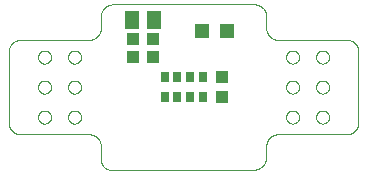
<source format=gtp>
G75*
%MOIN*%
%OFA0B0*%
%FSLAX25Y25*%
%IPPOS*%
%LPD*%
%AMOC8*
5,1,8,0,0,1.08239X$1,22.5*
%
%ADD10C,0.00000*%
%ADD11R,0.04724X0.04724*%
%ADD12R,0.04331X0.03937*%
%ADD13R,0.02854X0.03543*%
%ADD14R,0.03937X0.04331*%
%ADD15R,0.05118X0.05906*%
D10*
X0045791Y0032012D02*
X0045915Y0032010D01*
X0046038Y0032004D01*
X0046162Y0031995D01*
X0046284Y0031981D01*
X0046407Y0031964D01*
X0046529Y0031942D01*
X0046650Y0031917D01*
X0046770Y0031888D01*
X0046889Y0031856D01*
X0047008Y0031819D01*
X0047125Y0031779D01*
X0047240Y0031736D01*
X0047355Y0031688D01*
X0047467Y0031637D01*
X0047578Y0031583D01*
X0047688Y0031525D01*
X0047795Y0031464D01*
X0047901Y0031399D01*
X0048004Y0031331D01*
X0048105Y0031260D01*
X0048204Y0031186D01*
X0048301Y0031109D01*
X0048395Y0031028D01*
X0048486Y0030945D01*
X0048575Y0030859D01*
X0048661Y0030770D01*
X0048744Y0030679D01*
X0048825Y0030585D01*
X0048902Y0030488D01*
X0048976Y0030389D01*
X0049047Y0030288D01*
X0049115Y0030185D01*
X0049180Y0030079D01*
X0049241Y0029972D01*
X0049299Y0029862D01*
X0049353Y0029751D01*
X0049404Y0029639D01*
X0049452Y0029524D01*
X0049495Y0029409D01*
X0049535Y0029292D01*
X0049572Y0029173D01*
X0049604Y0029054D01*
X0049633Y0028934D01*
X0049658Y0028813D01*
X0049680Y0028691D01*
X0049697Y0028568D01*
X0049711Y0028446D01*
X0049720Y0028322D01*
X0049726Y0028199D01*
X0049728Y0028075D01*
X0049728Y0024138D01*
X0049713Y0024023D01*
X0049703Y0023907D01*
X0049696Y0023791D01*
X0049693Y0023675D01*
X0049694Y0023558D01*
X0049699Y0023442D01*
X0049708Y0023326D01*
X0049720Y0023211D01*
X0049737Y0023095D01*
X0049757Y0022981D01*
X0049781Y0022867D01*
X0049809Y0022754D01*
X0049841Y0022642D01*
X0049876Y0022532D01*
X0049915Y0022422D01*
X0049958Y0022314D01*
X0050004Y0022207D01*
X0050054Y0022102D01*
X0050108Y0021999D01*
X0050164Y0021897D01*
X0050224Y0021798D01*
X0050288Y0021700D01*
X0050354Y0021605D01*
X0050424Y0021512D01*
X0050497Y0021421D01*
X0050573Y0021333D01*
X0050652Y0021247D01*
X0050733Y0021164D01*
X0050818Y0021084D01*
X0050904Y0021007D01*
X0050994Y0020933D01*
X0051086Y0020861D01*
X0051180Y0020793D01*
X0051276Y0020728D01*
X0051375Y0020666D01*
X0051476Y0020608D01*
X0051578Y0020553D01*
X0051682Y0020501D01*
X0051788Y0020453D01*
X0051896Y0020409D01*
X0052005Y0020368D01*
X0052115Y0020331D01*
X0052226Y0020297D01*
X0052338Y0020268D01*
X0052452Y0020242D01*
X0052566Y0020219D01*
X0052681Y0020201D01*
X0099925Y0020201D01*
X0100056Y0020189D01*
X0100188Y0020180D01*
X0100320Y0020175D01*
X0100452Y0020174D01*
X0100584Y0020177D01*
X0100716Y0020184D01*
X0100848Y0020195D01*
X0100979Y0020210D01*
X0101110Y0020228D01*
X0101240Y0020251D01*
X0101369Y0020277D01*
X0101498Y0020307D01*
X0101625Y0020341D01*
X0101752Y0020379D01*
X0101877Y0020420D01*
X0102002Y0020465D01*
X0102124Y0020514D01*
X0102245Y0020566D01*
X0102365Y0020622D01*
X0102483Y0020682D01*
X0102599Y0020745D01*
X0102713Y0020811D01*
X0102825Y0020881D01*
X0102935Y0020954D01*
X0103043Y0021030D01*
X0103149Y0021110D01*
X0103252Y0021192D01*
X0103353Y0021278D01*
X0103451Y0021366D01*
X0103546Y0021457D01*
X0103639Y0021552D01*
X0103728Y0021648D01*
X0103815Y0021748D01*
X0103899Y0021850D01*
X0103980Y0021954D01*
X0104058Y0022061D01*
X0104132Y0022170D01*
X0104204Y0022281D01*
X0104272Y0022394D01*
X0104336Y0022510D01*
X0104397Y0022627D01*
X0104455Y0022745D01*
X0104509Y0022866D01*
X0104559Y0022988D01*
X0104606Y0023111D01*
X0104649Y0023236D01*
X0104689Y0023362D01*
X0104725Y0023489D01*
X0104756Y0023618D01*
X0104785Y0023747D01*
X0104809Y0023876D01*
X0104829Y0024007D01*
X0104846Y0024138D01*
X0104846Y0028075D01*
X0104848Y0028199D01*
X0104854Y0028322D01*
X0104863Y0028446D01*
X0104877Y0028568D01*
X0104894Y0028691D01*
X0104916Y0028813D01*
X0104941Y0028934D01*
X0104970Y0029054D01*
X0105002Y0029173D01*
X0105039Y0029292D01*
X0105079Y0029409D01*
X0105122Y0029524D01*
X0105170Y0029639D01*
X0105221Y0029751D01*
X0105275Y0029862D01*
X0105333Y0029972D01*
X0105394Y0030079D01*
X0105459Y0030185D01*
X0105527Y0030288D01*
X0105598Y0030389D01*
X0105672Y0030488D01*
X0105749Y0030585D01*
X0105830Y0030679D01*
X0105913Y0030770D01*
X0105999Y0030859D01*
X0106088Y0030945D01*
X0106179Y0031028D01*
X0106273Y0031109D01*
X0106370Y0031186D01*
X0106469Y0031260D01*
X0106570Y0031331D01*
X0106673Y0031399D01*
X0106779Y0031464D01*
X0106886Y0031525D01*
X0106996Y0031583D01*
X0107107Y0031637D01*
X0107219Y0031688D01*
X0107334Y0031736D01*
X0107449Y0031779D01*
X0107566Y0031819D01*
X0107685Y0031856D01*
X0107804Y0031888D01*
X0107924Y0031917D01*
X0108045Y0031942D01*
X0108167Y0031964D01*
X0108290Y0031981D01*
X0108412Y0031995D01*
X0108536Y0032004D01*
X0108659Y0032010D01*
X0108783Y0032012D01*
X0131618Y0032012D01*
X0131742Y0032014D01*
X0131865Y0032020D01*
X0131989Y0032029D01*
X0132111Y0032043D01*
X0132234Y0032060D01*
X0132356Y0032082D01*
X0132477Y0032107D01*
X0132597Y0032136D01*
X0132716Y0032168D01*
X0132835Y0032205D01*
X0132952Y0032245D01*
X0133067Y0032288D01*
X0133182Y0032336D01*
X0133294Y0032387D01*
X0133405Y0032441D01*
X0133515Y0032499D01*
X0133622Y0032560D01*
X0133728Y0032625D01*
X0133831Y0032693D01*
X0133932Y0032764D01*
X0134031Y0032838D01*
X0134128Y0032915D01*
X0134222Y0032996D01*
X0134313Y0033079D01*
X0134402Y0033165D01*
X0134488Y0033254D01*
X0134571Y0033345D01*
X0134652Y0033439D01*
X0134729Y0033536D01*
X0134803Y0033635D01*
X0134874Y0033736D01*
X0134942Y0033839D01*
X0135007Y0033945D01*
X0135068Y0034052D01*
X0135126Y0034162D01*
X0135180Y0034273D01*
X0135231Y0034385D01*
X0135279Y0034500D01*
X0135322Y0034615D01*
X0135362Y0034732D01*
X0135399Y0034851D01*
X0135431Y0034970D01*
X0135460Y0035090D01*
X0135485Y0035211D01*
X0135507Y0035333D01*
X0135524Y0035456D01*
X0135538Y0035578D01*
X0135547Y0035702D01*
X0135553Y0035825D01*
X0135555Y0035949D01*
X0135555Y0059571D01*
X0135553Y0059695D01*
X0135547Y0059818D01*
X0135538Y0059942D01*
X0135524Y0060064D01*
X0135507Y0060187D01*
X0135485Y0060309D01*
X0135460Y0060430D01*
X0135431Y0060550D01*
X0135399Y0060669D01*
X0135362Y0060788D01*
X0135322Y0060905D01*
X0135279Y0061020D01*
X0135231Y0061135D01*
X0135180Y0061247D01*
X0135126Y0061358D01*
X0135068Y0061468D01*
X0135007Y0061575D01*
X0134942Y0061681D01*
X0134874Y0061784D01*
X0134803Y0061885D01*
X0134729Y0061984D01*
X0134652Y0062081D01*
X0134571Y0062175D01*
X0134488Y0062266D01*
X0134402Y0062355D01*
X0134313Y0062441D01*
X0134222Y0062524D01*
X0134128Y0062605D01*
X0134031Y0062682D01*
X0133932Y0062756D01*
X0133831Y0062827D01*
X0133728Y0062895D01*
X0133622Y0062960D01*
X0133515Y0063021D01*
X0133405Y0063079D01*
X0133294Y0063133D01*
X0133182Y0063184D01*
X0133067Y0063232D01*
X0132952Y0063275D01*
X0132835Y0063315D01*
X0132716Y0063352D01*
X0132597Y0063384D01*
X0132477Y0063413D01*
X0132356Y0063438D01*
X0132234Y0063460D01*
X0132111Y0063477D01*
X0131989Y0063491D01*
X0131865Y0063500D01*
X0131742Y0063506D01*
X0131618Y0063508D01*
X0108783Y0063508D01*
X0108659Y0063510D01*
X0108536Y0063516D01*
X0108412Y0063525D01*
X0108290Y0063539D01*
X0108167Y0063556D01*
X0108045Y0063578D01*
X0107924Y0063603D01*
X0107804Y0063632D01*
X0107685Y0063664D01*
X0107566Y0063701D01*
X0107449Y0063741D01*
X0107334Y0063784D01*
X0107219Y0063832D01*
X0107107Y0063883D01*
X0106996Y0063937D01*
X0106886Y0063995D01*
X0106779Y0064056D01*
X0106673Y0064121D01*
X0106570Y0064189D01*
X0106469Y0064260D01*
X0106370Y0064334D01*
X0106273Y0064411D01*
X0106179Y0064492D01*
X0106088Y0064575D01*
X0105999Y0064661D01*
X0105913Y0064750D01*
X0105830Y0064841D01*
X0105749Y0064935D01*
X0105672Y0065032D01*
X0105598Y0065131D01*
X0105527Y0065232D01*
X0105459Y0065335D01*
X0105394Y0065441D01*
X0105333Y0065548D01*
X0105275Y0065658D01*
X0105221Y0065769D01*
X0105170Y0065881D01*
X0105122Y0065996D01*
X0105079Y0066111D01*
X0105039Y0066228D01*
X0105002Y0066347D01*
X0104970Y0066466D01*
X0104941Y0066586D01*
X0104916Y0066707D01*
X0104894Y0066829D01*
X0104877Y0066952D01*
X0104863Y0067074D01*
X0104854Y0067198D01*
X0104848Y0067321D01*
X0104846Y0067445D01*
X0104846Y0071382D01*
X0104844Y0071506D01*
X0104838Y0071629D01*
X0104829Y0071753D01*
X0104815Y0071875D01*
X0104798Y0071998D01*
X0104776Y0072120D01*
X0104751Y0072241D01*
X0104722Y0072361D01*
X0104690Y0072480D01*
X0104653Y0072599D01*
X0104613Y0072716D01*
X0104570Y0072831D01*
X0104522Y0072946D01*
X0104471Y0073058D01*
X0104417Y0073169D01*
X0104359Y0073279D01*
X0104298Y0073386D01*
X0104233Y0073492D01*
X0104165Y0073595D01*
X0104094Y0073696D01*
X0104020Y0073795D01*
X0103943Y0073892D01*
X0103862Y0073986D01*
X0103779Y0074077D01*
X0103693Y0074166D01*
X0103604Y0074252D01*
X0103513Y0074335D01*
X0103419Y0074416D01*
X0103322Y0074493D01*
X0103223Y0074567D01*
X0103122Y0074638D01*
X0103019Y0074706D01*
X0102913Y0074771D01*
X0102806Y0074832D01*
X0102696Y0074890D01*
X0102585Y0074944D01*
X0102473Y0074995D01*
X0102358Y0075043D01*
X0102243Y0075086D01*
X0102126Y0075126D01*
X0102007Y0075163D01*
X0101888Y0075195D01*
X0101768Y0075224D01*
X0101647Y0075249D01*
X0101525Y0075271D01*
X0101402Y0075288D01*
X0101280Y0075302D01*
X0101156Y0075311D01*
X0101033Y0075317D01*
X0100909Y0075319D01*
X0053665Y0075319D01*
X0053541Y0075317D01*
X0053418Y0075311D01*
X0053294Y0075302D01*
X0053172Y0075288D01*
X0053049Y0075271D01*
X0052927Y0075249D01*
X0052806Y0075224D01*
X0052686Y0075195D01*
X0052567Y0075163D01*
X0052448Y0075126D01*
X0052331Y0075086D01*
X0052216Y0075043D01*
X0052101Y0074995D01*
X0051989Y0074944D01*
X0051878Y0074890D01*
X0051768Y0074832D01*
X0051661Y0074771D01*
X0051555Y0074706D01*
X0051452Y0074638D01*
X0051351Y0074567D01*
X0051252Y0074493D01*
X0051155Y0074416D01*
X0051061Y0074335D01*
X0050970Y0074252D01*
X0050881Y0074166D01*
X0050795Y0074077D01*
X0050712Y0073986D01*
X0050631Y0073892D01*
X0050554Y0073795D01*
X0050480Y0073696D01*
X0050409Y0073595D01*
X0050341Y0073492D01*
X0050276Y0073386D01*
X0050215Y0073279D01*
X0050157Y0073169D01*
X0050103Y0073058D01*
X0050052Y0072946D01*
X0050004Y0072831D01*
X0049961Y0072716D01*
X0049921Y0072599D01*
X0049884Y0072480D01*
X0049852Y0072361D01*
X0049823Y0072241D01*
X0049798Y0072120D01*
X0049776Y0071998D01*
X0049759Y0071875D01*
X0049745Y0071753D01*
X0049736Y0071629D01*
X0049730Y0071506D01*
X0049728Y0071382D01*
X0049728Y0067445D01*
X0049726Y0067321D01*
X0049720Y0067198D01*
X0049711Y0067074D01*
X0049697Y0066952D01*
X0049680Y0066829D01*
X0049658Y0066707D01*
X0049633Y0066586D01*
X0049604Y0066466D01*
X0049572Y0066347D01*
X0049535Y0066228D01*
X0049495Y0066111D01*
X0049452Y0065996D01*
X0049404Y0065881D01*
X0049353Y0065769D01*
X0049299Y0065658D01*
X0049241Y0065548D01*
X0049180Y0065441D01*
X0049115Y0065335D01*
X0049047Y0065232D01*
X0048976Y0065131D01*
X0048902Y0065032D01*
X0048825Y0064935D01*
X0048744Y0064841D01*
X0048661Y0064750D01*
X0048575Y0064661D01*
X0048486Y0064575D01*
X0048395Y0064492D01*
X0048301Y0064411D01*
X0048204Y0064334D01*
X0048105Y0064260D01*
X0048004Y0064189D01*
X0047901Y0064121D01*
X0047795Y0064056D01*
X0047688Y0063995D01*
X0047578Y0063937D01*
X0047467Y0063883D01*
X0047355Y0063832D01*
X0047240Y0063784D01*
X0047125Y0063741D01*
X0047008Y0063701D01*
X0046889Y0063664D01*
X0046770Y0063632D01*
X0046650Y0063603D01*
X0046529Y0063578D01*
X0046407Y0063556D01*
X0046284Y0063539D01*
X0046162Y0063525D01*
X0046038Y0063516D01*
X0045915Y0063510D01*
X0045791Y0063508D01*
X0022957Y0063508D01*
X0022833Y0063506D01*
X0022710Y0063500D01*
X0022586Y0063491D01*
X0022464Y0063477D01*
X0022341Y0063460D01*
X0022219Y0063438D01*
X0022098Y0063413D01*
X0021978Y0063384D01*
X0021859Y0063352D01*
X0021740Y0063315D01*
X0021623Y0063275D01*
X0021508Y0063232D01*
X0021393Y0063184D01*
X0021281Y0063133D01*
X0021170Y0063079D01*
X0021060Y0063021D01*
X0020953Y0062960D01*
X0020847Y0062895D01*
X0020744Y0062827D01*
X0020643Y0062756D01*
X0020544Y0062682D01*
X0020447Y0062605D01*
X0020353Y0062524D01*
X0020262Y0062441D01*
X0020173Y0062355D01*
X0020087Y0062266D01*
X0020004Y0062175D01*
X0019923Y0062081D01*
X0019846Y0061984D01*
X0019772Y0061885D01*
X0019701Y0061784D01*
X0019633Y0061681D01*
X0019568Y0061575D01*
X0019507Y0061468D01*
X0019449Y0061358D01*
X0019395Y0061247D01*
X0019344Y0061135D01*
X0019296Y0061020D01*
X0019253Y0060905D01*
X0019213Y0060788D01*
X0019176Y0060669D01*
X0019144Y0060550D01*
X0019115Y0060430D01*
X0019090Y0060309D01*
X0019068Y0060187D01*
X0019051Y0060064D01*
X0019037Y0059942D01*
X0019028Y0059818D01*
X0019022Y0059695D01*
X0019020Y0059571D01*
X0019020Y0035949D01*
X0019022Y0035825D01*
X0019028Y0035702D01*
X0019037Y0035578D01*
X0019051Y0035456D01*
X0019068Y0035333D01*
X0019090Y0035211D01*
X0019115Y0035090D01*
X0019144Y0034970D01*
X0019176Y0034851D01*
X0019213Y0034732D01*
X0019253Y0034615D01*
X0019296Y0034500D01*
X0019344Y0034385D01*
X0019395Y0034273D01*
X0019449Y0034162D01*
X0019507Y0034052D01*
X0019568Y0033945D01*
X0019633Y0033839D01*
X0019701Y0033736D01*
X0019772Y0033635D01*
X0019846Y0033536D01*
X0019923Y0033439D01*
X0020004Y0033345D01*
X0020087Y0033254D01*
X0020173Y0033165D01*
X0020262Y0033079D01*
X0020353Y0032996D01*
X0020447Y0032915D01*
X0020544Y0032838D01*
X0020643Y0032764D01*
X0020744Y0032693D01*
X0020847Y0032625D01*
X0020953Y0032560D01*
X0021060Y0032499D01*
X0021170Y0032441D01*
X0021281Y0032387D01*
X0021393Y0032336D01*
X0021508Y0032288D01*
X0021623Y0032245D01*
X0021740Y0032205D01*
X0021859Y0032168D01*
X0021978Y0032136D01*
X0022098Y0032107D01*
X0022219Y0032082D01*
X0022341Y0032060D01*
X0022464Y0032043D01*
X0022586Y0032029D01*
X0022710Y0032020D01*
X0022833Y0032014D01*
X0022957Y0032012D01*
X0045791Y0032012D01*
X0038784Y0037760D02*
X0038786Y0037853D01*
X0038792Y0037945D01*
X0038802Y0038037D01*
X0038816Y0038128D01*
X0038833Y0038219D01*
X0038855Y0038309D01*
X0038880Y0038398D01*
X0038909Y0038486D01*
X0038942Y0038572D01*
X0038979Y0038657D01*
X0039019Y0038741D01*
X0039063Y0038822D01*
X0039110Y0038902D01*
X0039160Y0038980D01*
X0039214Y0039055D01*
X0039271Y0039128D01*
X0039331Y0039198D01*
X0039394Y0039266D01*
X0039460Y0039331D01*
X0039528Y0039393D01*
X0039599Y0039453D01*
X0039673Y0039509D01*
X0039749Y0039562D01*
X0039827Y0039611D01*
X0039907Y0039658D01*
X0039989Y0039700D01*
X0040073Y0039740D01*
X0040158Y0039775D01*
X0040245Y0039807D01*
X0040333Y0039836D01*
X0040422Y0039860D01*
X0040512Y0039881D01*
X0040603Y0039897D01*
X0040695Y0039910D01*
X0040787Y0039919D01*
X0040880Y0039924D01*
X0040972Y0039925D01*
X0041065Y0039922D01*
X0041157Y0039915D01*
X0041249Y0039904D01*
X0041340Y0039889D01*
X0041431Y0039871D01*
X0041521Y0039848D01*
X0041609Y0039822D01*
X0041697Y0039792D01*
X0041783Y0039758D01*
X0041867Y0039721D01*
X0041950Y0039679D01*
X0042031Y0039635D01*
X0042111Y0039587D01*
X0042188Y0039536D01*
X0042262Y0039481D01*
X0042335Y0039423D01*
X0042405Y0039363D01*
X0042472Y0039299D01*
X0042536Y0039233D01*
X0042598Y0039163D01*
X0042656Y0039092D01*
X0042711Y0039018D01*
X0042763Y0038941D01*
X0042812Y0038862D01*
X0042858Y0038782D01*
X0042900Y0038699D01*
X0042938Y0038615D01*
X0042973Y0038529D01*
X0043004Y0038442D01*
X0043031Y0038354D01*
X0043054Y0038264D01*
X0043074Y0038174D01*
X0043090Y0038083D01*
X0043102Y0037991D01*
X0043110Y0037899D01*
X0043114Y0037806D01*
X0043114Y0037714D01*
X0043110Y0037621D01*
X0043102Y0037529D01*
X0043090Y0037437D01*
X0043074Y0037346D01*
X0043054Y0037256D01*
X0043031Y0037166D01*
X0043004Y0037078D01*
X0042973Y0036991D01*
X0042938Y0036905D01*
X0042900Y0036821D01*
X0042858Y0036738D01*
X0042812Y0036658D01*
X0042763Y0036579D01*
X0042711Y0036502D01*
X0042656Y0036428D01*
X0042598Y0036357D01*
X0042536Y0036287D01*
X0042472Y0036221D01*
X0042405Y0036157D01*
X0042335Y0036097D01*
X0042262Y0036039D01*
X0042188Y0035984D01*
X0042111Y0035933D01*
X0042032Y0035885D01*
X0041950Y0035841D01*
X0041867Y0035799D01*
X0041783Y0035762D01*
X0041697Y0035728D01*
X0041609Y0035698D01*
X0041521Y0035672D01*
X0041431Y0035649D01*
X0041340Y0035631D01*
X0041249Y0035616D01*
X0041157Y0035605D01*
X0041065Y0035598D01*
X0040972Y0035595D01*
X0040880Y0035596D01*
X0040787Y0035601D01*
X0040695Y0035610D01*
X0040603Y0035623D01*
X0040512Y0035639D01*
X0040422Y0035660D01*
X0040333Y0035684D01*
X0040245Y0035713D01*
X0040158Y0035745D01*
X0040073Y0035780D01*
X0039989Y0035820D01*
X0039907Y0035862D01*
X0039827Y0035909D01*
X0039749Y0035958D01*
X0039673Y0036011D01*
X0039599Y0036067D01*
X0039528Y0036127D01*
X0039460Y0036189D01*
X0039394Y0036254D01*
X0039331Y0036322D01*
X0039271Y0036392D01*
X0039214Y0036465D01*
X0039160Y0036540D01*
X0039110Y0036618D01*
X0039063Y0036698D01*
X0039019Y0036779D01*
X0038979Y0036863D01*
X0038942Y0036948D01*
X0038909Y0037034D01*
X0038880Y0037122D01*
X0038855Y0037211D01*
X0038833Y0037301D01*
X0038816Y0037392D01*
X0038802Y0037483D01*
X0038792Y0037575D01*
X0038786Y0037667D01*
X0038784Y0037760D01*
X0028784Y0037760D02*
X0028786Y0037853D01*
X0028792Y0037945D01*
X0028802Y0038037D01*
X0028816Y0038128D01*
X0028833Y0038219D01*
X0028855Y0038309D01*
X0028880Y0038398D01*
X0028909Y0038486D01*
X0028942Y0038572D01*
X0028979Y0038657D01*
X0029019Y0038741D01*
X0029063Y0038822D01*
X0029110Y0038902D01*
X0029160Y0038980D01*
X0029214Y0039055D01*
X0029271Y0039128D01*
X0029331Y0039198D01*
X0029394Y0039266D01*
X0029460Y0039331D01*
X0029528Y0039393D01*
X0029599Y0039453D01*
X0029673Y0039509D01*
X0029749Y0039562D01*
X0029827Y0039611D01*
X0029907Y0039658D01*
X0029989Y0039700D01*
X0030073Y0039740D01*
X0030158Y0039775D01*
X0030245Y0039807D01*
X0030333Y0039836D01*
X0030422Y0039860D01*
X0030512Y0039881D01*
X0030603Y0039897D01*
X0030695Y0039910D01*
X0030787Y0039919D01*
X0030880Y0039924D01*
X0030972Y0039925D01*
X0031065Y0039922D01*
X0031157Y0039915D01*
X0031249Y0039904D01*
X0031340Y0039889D01*
X0031431Y0039871D01*
X0031521Y0039848D01*
X0031609Y0039822D01*
X0031697Y0039792D01*
X0031783Y0039758D01*
X0031867Y0039721D01*
X0031950Y0039679D01*
X0032031Y0039635D01*
X0032111Y0039587D01*
X0032188Y0039536D01*
X0032262Y0039481D01*
X0032335Y0039423D01*
X0032405Y0039363D01*
X0032472Y0039299D01*
X0032536Y0039233D01*
X0032598Y0039163D01*
X0032656Y0039092D01*
X0032711Y0039018D01*
X0032763Y0038941D01*
X0032812Y0038862D01*
X0032858Y0038782D01*
X0032900Y0038699D01*
X0032938Y0038615D01*
X0032973Y0038529D01*
X0033004Y0038442D01*
X0033031Y0038354D01*
X0033054Y0038264D01*
X0033074Y0038174D01*
X0033090Y0038083D01*
X0033102Y0037991D01*
X0033110Y0037899D01*
X0033114Y0037806D01*
X0033114Y0037714D01*
X0033110Y0037621D01*
X0033102Y0037529D01*
X0033090Y0037437D01*
X0033074Y0037346D01*
X0033054Y0037256D01*
X0033031Y0037166D01*
X0033004Y0037078D01*
X0032973Y0036991D01*
X0032938Y0036905D01*
X0032900Y0036821D01*
X0032858Y0036738D01*
X0032812Y0036658D01*
X0032763Y0036579D01*
X0032711Y0036502D01*
X0032656Y0036428D01*
X0032598Y0036357D01*
X0032536Y0036287D01*
X0032472Y0036221D01*
X0032405Y0036157D01*
X0032335Y0036097D01*
X0032262Y0036039D01*
X0032188Y0035984D01*
X0032111Y0035933D01*
X0032032Y0035885D01*
X0031950Y0035841D01*
X0031867Y0035799D01*
X0031783Y0035762D01*
X0031697Y0035728D01*
X0031609Y0035698D01*
X0031521Y0035672D01*
X0031431Y0035649D01*
X0031340Y0035631D01*
X0031249Y0035616D01*
X0031157Y0035605D01*
X0031065Y0035598D01*
X0030972Y0035595D01*
X0030880Y0035596D01*
X0030787Y0035601D01*
X0030695Y0035610D01*
X0030603Y0035623D01*
X0030512Y0035639D01*
X0030422Y0035660D01*
X0030333Y0035684D01*
X0030245Y0035713D01*
X0030158Y0035745D01*
X0030073Y0035780D01*
X0029989Y0035820D01*
X0029907Y0035862D01*
X0029827Y0035909D01*
X0029749Y0035958D01*
X0029673Y0036011D01*
X0029599Y0036067D01*
X0029528Y0036127D01*
X0029460Y0036189D01*
X0029394Y0036254D01*
X0029331Y0036322D01*
X0029271Y0036392D01*
X0029214Y0036465D01*
X0029160Y0036540D01*
X0029110Y0036618D01*
X0029063Y0036698D01*
X0029019Y0036779D01*
X0028979Y0036863D01*
X0028942Y0036948D01*
X0028909Y0037034D01*
X0028880Y0037122D01*
X0028855Y0037211D01*
X0028833Y0037301D01*
X0028816Y0037392D01*
X0028802Y0037483D01*
X0028792Y0037575D01*
X0028786Y0037667D01*
X0028784Y0037760D01*
X0028784Y0047760D02*
X0028786Y0047853D01*
X0028792Y0047945D01*
X0028802Y0048037D01*
X0028816Y0048128D01*
X0028833Y0048219D01*
X0028855Y0048309D01*
X0028880Y0048398D01*
X0028909Y0048486D01*
X0028942Y0048572D01*
X0028979Y0048657D01*
X0029019Y0048741D01*
X0029063Y0048822D01*
X0029110Y0048902D01*
X0029160Y0048980D01*
X0029214Y0049055D01*
X0029271Y0049128D01*
X0029331Y0049198D01*
X0029394Y0049266D01*
X0029460Y0049331D01*
X0029528Y0049393D01*
X0029599Y0049453D01*
X0029673Y0049509D01*
X0029749Y0049562D01*
X0029827Y0049611D01*
X0029907Y0049658D01*
X0029989Y0049700D01*
X0030073Y0049740D01*
X0030158Y0049775D01*
X0030245Y0049807D01*
X0030333Y0049836D01*
X0030422Y0049860D01*
X0030512Y0049881D01*
X0030603Y0049897D01*
X0030695Y0049910D01*
X0030787Y0049919D01*
X0030880Y0049924D01*
X0030972Y0049925D01*
X0031065Y0049922D01*
X0031157Y0049915D01*
X0031249Y0049904D01*
X0031340Y0049889D01*
X0031431Y0049871D01*
X0031521Y0049848D01*
X0031609Y0049822D01*
X0031697Y0049792D01*
X0031783Y0049758D01*
X0031867Y0049721D01*
X0031950Y0049679D01*
X0032031Y0049635D01*
X0032111Y0049587D01*
X0032188Y0049536D01*
X0032262Y0049481D01*
X0032335Y0049423D01*
X0032405Y0049363D01*
X0032472Y0049299D01*
X0032536Y0049233D01*
X0032598Y0049163D01*
X0032656Y0049092D01*
X0032711Y0049018D01*
X0032763Y0048941D01*
X0032812Y0048862D01*
X0032858Y0048782D01*
X0032900Y0048699D01*
X0032938Y0048615D01*
X0032973Y0048529D01*
X0033004Y0048442D01*
X0033031Y0048354D01*
X0033054Y0048264D01*
X0033074Y0048174D01*
X0033090Y0048083D01*
X0033102Y0047991D01*
X0033110Y0047899D01*
X0033114Y0047806D01*
X0033114Y0047714D01*
X0033110Y0047621D01*
X0033102Y0047529D01*
X0033090Y0047437D01*
X0033074Y0047346D01*
X0033054Y0047256D01*
X0033031Y0047166D01*
X0033004Y0047078D01*
X0032973Y0046991D01*
X0032938Y0046905D01*
X0032900Y0046821D01*
X0032858Y0046738D01*
X0032812Y0046658D01*
X0032763Y0046579D01*
X0032711Y0046502D01*
X0032656Y0046428D01*
X0032598Y0046357D01*
X0032536Y0046287D01*
X0032472Y0046221D01*
X0032405Y0046157D01*
X0032335Y0046097D01*
X0032262Y0046039D01*
X0032188Y0045984D01*
X0032111Y0045933D01*
X0032032Y0045885D01*
X0031950Y0045841D01*
X0031867Y0045799D01*
X0031783Y0045762D01*
X0031697Y0045728D01*
X0031609Y0045698D01*
X0031521Y0045672D01*
X0031431Y0045649D01*
X0031340Y0045631D01*
X0031249Y0045616D01*
X0031157Y0045605D01*
X0031065Y0045598D01*
X0030972Y0045595D01*
X0030880Y0045596D01*
X0030787Y0045601D01*
X0030695Y0045610D01*
X0030603Y0045623D01*
X0030512Y0045639D01*
X0030422Y0045660D01*
X0030333Y0045684D01*
X0030245Y0045713D01*
X0030158Y0045745D01*
X0030073Y0045780D01*
X0029989Y0045820D01*
X0029907Y0045862D01*
X0029827Y0045909D01*
X0029749Y0045958D01*
X0029673Y0046011D01*
X0029599Y0046067D01*
X0029528Y0046127D01*
X0029460Y0046189D01*
X0029394Y0046254D01*
X0029331Y0046322D01*
X0029271Y0046392D01*
X0029214Y0046465D01*
X0029160Y0046540D01*
X0029110Y0046618D01*
X0029063Y0046698D01*
X0029019Y0046779D01*
X0028979Y0046863D01*
X0028942Y0046948D01*
X0028909Y0047034D01*
X0028880Y0047122D01*
X0028855Y0047211D01*
X0028833Y0047301D01*
X0028816Y0047392D01*
X0028802Y0047483D01*
X0028792Y0047575D01*
X0028786Y0047667D01*
X0028784Y0047760D01*
X0038784Y0047760D02*
X0038786Y0047853D01*
X0038792Y0047945D01*
X0038802Y0048037D01*
X0038816Y0048128D01*
X0038833Y0048219D01*
X0038855Y0048309D01*
X0038880Y0048398D01*
X0038909Y0048486D01*
X0038942Y0048572D01*
X0038979Y0048657D01*
X0039019Y0048741D01*
X0039063Y0048822D01*
X0039110Y0048902D01*
X0039160Y0048980D01*
X0039214Y0049055D01*
X0039271Y0049128D01*
X0039331Y0049198D01*
X0039394Y0049266D01*
X0039460Y0049331D01*
X0039528Y0049393D01*
X0039599Y0049453D01*
X0039673Y0049509D01*
X0039749Y0049562D01*
X0039827Y0049611D01*
X0039907Y0049658D01*
X0039989Y0049700D01*
X0040073Y0049740D01*
X0040158Y0049775D01*
X0040245Y0049807D01*
X0040333Y0049836D01*
X0040422Y0049860D01*
X0040512Y0049881D01*
X0040603Y0049897D01*
X0040695Y0049910D01*
X0040787Y0049919D01*
X0040880Y0049924D01*
X0040972Y0049925D01*
X0041065Y0049922D01*
X0041157Y0049915D01*
X0041249Y0049904D01*
X0041340Y0049889D01*
X0041431Y0049871D01*
X0041521Y0049848D01*
X0041609Y0049822D01*
X0041697Y0049792D01*
X0041783Y0049758D01*
X0041867Y0049721D01*
X0041950Y0049679D01*
X0042031Y0049635D01*
X0042111Y0049587D01*
X0042188Y0049536D01*
X0042262Y0049481D01*
X0042335Y0049423D01*
X0042405Y0049363D01*
X0042472Y0049299D01*
X0042536Y0049233D01*
X0042598Y0049163D01*
X0042656Y0049092D01*
X0042711Y0049018D01*
X0042763Y0048941D01*
X0042812Y0048862D01*
X0042858Y0048782D01*
X0042900Y0048699D01*
X0042938Y0048615D01*
X0042973Y0048529D01*
X0043004Y0048442D01*
X0043031Y0048354D01*
X0043054Y0048264D01*
X0043074Y0048174D01*
X0043090Y0048083D01*
X0043102Y0047991D01*
X0043110Y0047899D01*
X0043114Y0047806D01*
X0043114Y0047714D01*
X0043110Y0047621D01*
X0043102Y0047529D01*
X0043090Y0047437D01*
X0043074Y0047346D01*
X0043054Y0047256D01*
X0043031Y0047166D01*
X0043004Y0047078D01*
X0042973Y0046991D01*
X0042938Y0046905D01*
X0042900Y0046821D01*
X0042858Y0046738D01*
X0042812Y0046658D01*
X0042763Y0046579D01*
X0042711Y0046502D01*
X0042656Y0046428D01*
X0042598Y0046357D01*
X0042536Y0046287D01*
X0042472Y0046221D01*
X0042405Y0046157D01*
X0042335Y0046097D01*
X0042262Y0046039D01*
X0042188Y0045984D01*
X0042111Y0045933D01*
X0042032Y0045885D01*
X0041950Y0045841D01*
X0041867Y0045799D01*
X0041783Y0045762D01*
X0041697Y0045728D01*
X0041609Y0045698D01*
X0041521Y0045672D01*
X0041431Y0045649D01*
X0041340Y0045631D01*
X0041249Y0045616D01*
X0041157Y0045605D01*
X0041065Y0045598D01*
X0040972Y0045595D01*
X0040880Y0045596D01*
X0040787Y0045601D01*
X0040695Y0045610D01*
X0040603Y0045623D01*
X0040512Y0045639D01*
X0040422Y0045660D01*
X0040333Y0045684D01*
X0040245Y0045713D01*
X0040158Y0045745D01*
X0040073Y0045780D01*
X0039989Y0045820D01*
X0039907Y0045862D01*
X0039827Y0045909D01*
X0039749Y0045958D01*
X0039673Y0046011D01*
X0039599Y0046067D01*
X0039528Y0046127D01*
X0039460Y0046189D01*
X0039394Y0046254D01*
X0039331Y0046322D01*
X0039271Y0046392D01*
X0039214Y0046465D01*
X0039160Y0046540D01*
X0039110Y0046618D01*
X0039063Y0046698D01*
X0039019Y0046779D01*
X0038979Y0046863D01*
X0038942Y0046948D01*
X0038909Y0047034D01*
X0038880Y0047122D01*
X0038855Y0047211D01*
X0038833Y0047301D01*
X0038816Y0047392D01*
X0038802Y0047483D01*
X0038792Y0047575D01*
X0038786Y0047667D01*
X0038784Y0047760D01*
X0038784Y0057760D02*
X0038786Y0057853D01*
X0038792Y0057945D01*
X0038802Y0058037D01*
X0038816Y0058128D01*
X0038833Y0058219D01*
X0038855Y0058309D01*
X0038880Y0058398D01*
X0038909Y0058486D01*
X0038942Y0058572D01*
X0038979Y0058657D01*
X0039019Y0058741D01*
X0039063Y0058822D01*
X0039110Y0058902D01*
X0039160Y0058980D01*
X0039214Y0059055D01*
X0039271Y0059128D01*
X0039331Y0059198D01*
X0039394Y0059266D01*
X0039460Y0059331D01*
X0039528Y0059393D01*
X0039599Y0059453D01*
X0039673Y0059509D01*
X0039749Y0059562D01*
X0039827Y0059611D01*
X0039907Y0059658D01*
X0039989Y0059700D01*
X0040073Y0059740D01*
X0040158Y0059775D01*
X0040245Y0059807D01*
X0040333Y0059836D01*
X0040422Y0059860D01*
X0040512Y0059881D01*
X0040603Y0059897D01*
X0040695Y0059910D01*
X0040787Y0059919D01*
X0040880Y0059924D01*
X0040972Y0059925D01*
X0041065Y0059922D01*
X0041157Y0059915D01*
X0041249Y0059904D01*
X0041340Y0059889D01*
X0041431Y0059871D01*
X0041521Y0059848D01*
X0041609Y0059822D01*
X0041697Y0059792D01*
X0041783Y0059758D01*
X0041867Y0059721D01*
X0041950Y0059679D01*
X0042031Y0059635D01*
X0042111Y0059587D01*
X0042188Y0059536D01*
X0042262Y0059481D01*
X0042335Y0059423D01*
X0042405Y0059363D01*
X0042472Y0059299D01*
X0042536Y0059233D01*
X0042598Y0059163D01*
X0042656Y0059092D01*
X0042711Y0059018D01*
X0042763Y0058941D01*
X0042812Y0058862D01*
X0042858Y0058782D01*
X0042900Y0058699D01*
X0042938Y0058615D01*
X0042973Y0058529D01*
X0043004Y0058442D01*
X0043031Y0058354D01*
X0043054Y0058264D01*
X0043074Y0058174D01*
X0043090Y0058083D01*
X0043102Y0057991D01*
X0043110Y0057899D01*
X0043114Y0057806D01*
X0043114Y0057714D01*
X0043110Y0057621D01*
X0043102Y0057529D01*
X0043090Y0057437D01*
X0043074Y0057346D01*
X0043054Y0057256D01*
X0043031Y0057166D01*
X0043004Y0057078D01*
X0042973Y0056991D01*
X0042938Y0056905D01*
X0042900Y0056821D01*
X0042858Y0056738D01*
X0042812Y0056658D01*
X0042763Y0056579D01*
X0042711Y0056502D01*
X0042656Y0056428D01*
X0042598Y0056357D01*
X0042536Y0056287D01*
X0042472Y0056221D01*
X0042405Y0056157D01*
X0042335Y0056097D01*
X0042262Y0056039D01*
X0042188Y0055984D01*
X0042111Y0055933D01*
X0042032Y0055885D01*
X0041950Y0055841D01*
X0041867Y0055799D01*
X0041783Y0055762D01*
X0041697Y0055728D01*
X0041609Y0055698D01*
X0041521Y0055672D01*
X0041431Y0055649D01*
X0041340Y0055631D01*
X0041249Y0055616D01*
X0041157Y0055605D01*
X0041065Y0055598D01*
X0040972Y0055595D01*
X0040880Y0055596D01*
X0040787Y0055601D01*
X0040695Y0055610D01*
X0040603Y0055623D01*
X0040512Y0055639D01*
X0040422Y0055660D01*
X0040333Y0055684D01*
X0040245Y0055713D01*
X0040158Y0055745D01*
X0040073Y0055780D01*
X0039989Y0055820D01*
X0039907Y0055862D01*
X0039827Y0055909D01*
X0039749Y0055958D01*
X0039673Y0056011D01*
X0039599Y0056067D01*
X0039528Y0056127D01*
X0039460Y0056189D01*
X0039394Y0056254D01*
X0039331Y0056322D01*
X0039271Y0056392D01*
X0039214Y0056465D01*
X0039160Y0056540D01*
X0039110Y0056618D01*
X0039063Y0056698D01*
X0039019Y0056779D01*
X0038979Y0056863D01*
X0038942Y0056948D01*
X0038909Y0057034D01*
X0038880Y0057122D01*
X0038855Y0057211D01*
X0038833Y0057301D01*
X0038816Y0057392D01*
X0038802Y0057483D01*
X0038792Y0057575D01*
X0038786Y0057667D01*
X0038784Y0057760D01*
X0028784Y0057760D02*
X0028786Y0057853D01*
X0028792Y0057945D01*
X0028802Y0058037D01*
X0028816Y0058128D01*
X0028833Y0058219D01*
X0028855Y0058309D01*
X0028880Y0058398D01*
X0028909Y0058486D01*
X0028942Y0058572D01*
X0028979Y0058657D01*
X0029019Y0058741D01*
X0029063Y0058822D01*
X0029110Y0058902D01*
X0029160Y0058980D01*
X0029214Y0059055D01*
X0029271Y0059128D01*
X0029331Y0059198D01*
X0029394Y0059266D01*
X0029460Y0059331D01*
X0029528Y0059393D01*
X0029599Y0059453D01*
X0029673Y0059509D01*
X0029749Y0059562D01*
X0029827Y0059611D01*
X0029907Y0059658D01*
X0029989Y0059700D01*
X0030073Y0059740D01*
X0030158Y0059775D01*
X0030245Y0059807D01*
X0030333Y0059836D01*
X0030422Y0059860D01*
X0030512Y0059881D01*
X0030603Y0059897D01*
X0030695Y0059910D01*
X0030787Y0059919D01*
X0030880Y0059924D01*
X0030972Y0059925D01*
X0031065Y0059922D01*
X0031157Y0059915D01*
X0031249Y0059904D01*
X0031340Y0059889D01*
X0031431Y0059871D01*
X0031521Y0059848D01*
X0031609Y0059822D01*
X0031697Y0059792D01*
X0031783Y0059758D01*
X0031867Y0059721D01*
X0031950Y0059679D01*
X0032031Y0059635D01*
X0032111Y0059587D01*
X0032188Y0059536D01*
X0032262Y0059481D01*
X0032335Y0059423D01*
X0032405Y0059363D01*
X0032472Y0059299D01*
X0032536Y0059233D01*
X0032598Y0059163D01*
X0032656Y0059092D01*
X0032711Y0059018D01*
X0032763Y0058941D01*
X0032812Y0058862D01*
X0032858Y0058782D01*
X0032900Y0058699D01*
X0032938Y0058615D01*
X0032973Y0058529D01*
X0033004Y0058442D01*
X0033031Y0058354D01*
X0033054Y0058264D01*
X0033074Y0058174D01*
X0033090Y0058083D01*
X0033102Y0057991D01*
X0033110Y0057899D01*
X0033114Y0057806D01*
X0033114Y0057714D01*
X0033110Y0057621D01*
X0033102Y0057529D01*
X0033090Y0057437D01*
X0033074Y0057346D01*
X0033054Y0057256D01*
X0033031Y0057166D01*
X0033004Y0057078D01*
X0032973Y0056991D01*
X0032938Y0056905D01*
X0032900Y0056821D01*
X0032858Y0056738D01*
X0032812Y0056658D01*
X0032763Y0056579D01*
X0032711Y0056502D01*
X0032656Y0056428D01*
X0032598Y0056357D01*
X0032536Y0056287D01*
X0032472Y0056221D01*
X0032405Y0056157D01*
X0032335Y0056097D01*
X0032262Y0056039D01*
X0032188Y0055984D01*
X0032111Y0055933D01*
X0032032Y0055885D01*
X0031950Y0055841D01*
X0031867Y0055799D01*
X0031783Y0055762D01*
X0031697Y0055728D01*
X0031609Y0055698D01*
X0031521Y0055672D01*
X0031431Y0055649D01*
X0031340Y0055631D01*
X0031249Y0055616D01*
X0031157Y0055605D01*
X0031065Y0055598D01*
X0030972Y0055595D01*
X0030880Y0055596D01*
X0030787Y0055601D01*
X0030695Y0055610D01*
X0030603Y0055623D01*
X0030512Y0055639D01*
X0030422Y0055660D01*
X0030333Y0055684D01*
X0030245Y0055713D01*
X0030158Y0055745D01*
X0030073Y0055780D01*
X0029989Y0055820D01*
X0029907Y0055862D01*
X0029827Y0055909D01*
X0029749Y0055958D01*
X0029673Y0056011D01*
X0029599Y0056067D01*
X0029528Y0056127D01*
X0029460Y0056189D01*
X0029394Y0056254D01*
X0029331Y0056322D01*
X0029271Y0056392D01*
X0029214Y0056465D01*
X0029160Y0056540D01*
X0029110Y0056618D01*
X0029063Y0056698D01*
X0029019Y0056779D01*
X0028979Y0056863D01*
X0028942Y0056948D01*
X0028909Y0057034D01*
X0028880Y0057122D01*
X0028855Y0057211D01*
X0028833Y0057301D01*
X0028816Y0057392D01*
X0028802Y0057483D01*
X0028792Y0057575D01*
X0028786Y0057667D01*
X0028784Y0057760D01*
X0111461Y0057760D02*
X0111463Y0057853D01*
X0111469Y0057945D01*
X0111479Y0058037D01*
X0111493Y0058128D01*
X0111510Y0058219D01*
X0111532Y0058309D01*
X0111557Y0058398D01*
X0111586Y0058486D01*
X0111619Y0058572D01*
X0111656Y0058657D01*
X0111696Y0058741D01*
X0111740Y0058822D01*
X0111787Y0058902D01*
X0111837Y0058980D01*
X0111891Y0059055D01*
X0111948Y0059128D01*
X0112008Y0059198D01*
X0112071Y0059266D01*
X0112137Y0059331D01*
X0112205Y0059393D01*
X0112276Y0059453D01*
X0112350Y0059509D01*
X0112426Y0059562D01*
X0112504Y0059611D01*
X0112584Y0059658D01*
X0112666Y0059700D01*
X0112750Y0059740D01*
X0112835Y0059775D01*
X0112922Y0059807D01*
X0113010Y0059836D01*
X0113099Y0059860D01*
X0113189Y0059881D01*
X0113280Y0059897D01*
X0113372Y0059910D01*
X0113464Y0059919D01*
X0113557Y0059924D01*
X0113649Y0059925D01*
X0113742Y0059922D01*
X0113834Y0059915D01*
X0113926Y0059904D01*
X0114017Y0059889D01*
X0114108Y0059871D01*
X0114198Y0059848D01*
X0114286Y0059822D01*
X0114374Y0059792D01*
X0114460Y0059758D01*
X0114544Y0059721D01*
X0114627Y0059679D01*
X0114708Y0059635D01*
X0114788Y0059587D01*
X0114865Y0059536D01*
X0114939Y0059481D01*
X0115012Y0059423D01*
X0115082Y0059363D01*
X0115149Y0059299D01*
X0115213Y0059233D01*
X0115275Y0059163D01*
X0115333Y0059092D01*
X0115388Y0059018D01*
X0115440Y0058941D01*
X0115489Y0058862D01*
X0115535Y0058782D01*
X0115577Y0058699D01*
X0115615Y0058615D01*
X0115650Y0058529D01*
X0115681Y0058442D01*
X0115708Y0058354D01*
X0115731Y0058264D01*
X0115751Y0058174D01*
X0115767Y0058083D01*
X0115779Y0057991D01*
X0115787Y0057899D01*
X0115791Y0057806D01*
X0115791Y0057714D01*
X0115787Y0057621D01*
X0115779Y0057529D01*
X0115767Y0057437D01*
X0115751Y0057346D01*
X0115731Y0057256D01*
X0115708Y0057166D01*
X0115681Y0057078D01*
X0115650Y0056991D01*
X0115615Y0056905D01*
X0115577Y0056821D01*
X0115535Y0056738D01*
X0115489Y0056658D01*
X0115440Y0056579D01*
X0115388Y0056502D01*
X0115333Y0056428D01*
X0115275Y0056357D01*
X0115213Y0056287D01*
X0115149Y0056221D01*
X0115082Y0056157D01*
X0115012Y0056097D01*
X0114939Y0056039D01*
X0114865Y0055984D01*
X0114788Y0055933D01*
X0114709Y0055885D01*
X0114627Y0055841D01*
X0114544Y0055799D01*
X0114460Y0055762D01*
X0114374Y0055728D01*
X0114286Y0055698D01*
X0114198Y0055672D01*
X0114108Y0055649D01*
X0114017Y0055631D01*
X0113926Y0055616D01*
X0113834Y0055605D01*
X0113742Y0055598D01*
X0113649Y0055595D01*
X0113557Y0055596D01*
X0113464Y0055601D01*
X0113372Y0055610D01*
X0113280Y0055623D01*
X0113189Y0055639D01*
X0113099Y0055660D01*
X0113010Y0055684D01*
X0112922Y0055713D01*
X0112835Y0055745D01*
X0112750Y0055780D01*
X0112666Y0055820D01*
X0112584Y0055862D01*
X0112504Y0055909D01*
X0112426Y0055958D01*
X0112350Y0056011D01*
X0112276Y0056067D01*
X0112205Y0056127D01*
X0112137Y0056189D01*
X0112071Y0056254D01*
X0112008Y0056322D01*
X0111948Y0056392D01*
X0111891Y0056465D01*
X0111837Y0056540D01*
X0111787Y0056618D01*
X0111740Y0056698D01*
X0111696Y0056779D01*
X0111656Y0056863D01*
X0111619Y0056948D01*
X0111586Y0057034D01*
X0111557Y0057122D01*
X0111532Y0057211D01*
X0111510Y0057301D01*
X0111493Y0057392D01*
X0111479Y0057483D01*
X0111469Y0057575D01*
X0111463Y0057667D01*
X0111461Y0057760D01*
X0121461Y0057760D02*
X0121463Y0057853D01*
X0121469Y0057945D01*
X0121479Y0058037D01*
X0121493Y0058128D01*
X0121510Y0058219D01*
X0121532Y0058309D01*
X0121557Y0058398D01*
X0121586Y0058486D01*
X0121619Y0058572D01*
X0121656Y0058657D01*
X0121696Y0058741D01*
X0121740Y0058822D01*
X0121787Y0058902D01*
X0121837Y0058980D01*
X0121891Y0059055D01*
X0121948Y0059128D01*
X0122008Y0059198D01*
X0122071Y0059266D01*
X0122137Y0059331D01*
X0122205Y0059393D01*
X0122276Y0059453D01*
X0122350Y0059509D01*
X0122426Y0059562D01*
X0122504Y0059611D01*
X0122584Y0059658D01*
X0122666Y0059700D01*
X0122750Y0059740D01*
X0122835Y0059775D01*
X0122922Y0059807D01*
X0123010Y0059836D01*
X0123099Y0059860D01*
X0123189Y0059881D01*
X0123280Y0059897D01*
X0123372Y0059910D01*
X0123464Y0059919D01*
X0123557Y0059924D01*
X0123649Y0059925D01*
X0123742Y0059922D01*
X0123834Y0059915D01*
X0123926Y0059904D01*
X0124017Y0059889D01*
X0124108Y0059871D01*
X0124198Y0059848D01*
X0124286Y0059822D01*
X0124374Y0059792D01*
X0124460Y0059758D01*
X0124544Y0059721D01*
X0124627Y0059679D01*
X0124708Y0059635D01*
X0124788Y0059587D01*
X0124865Y0059536D01*
X0124939Y0059481D01*
X0125012Y0059423D01*
X0125082Y0059363D01*
X0125149Y0059299D01*
X0125213Y0059233D01*
X0125275Y0059163D01*
X0125333Y0059092D01*
X0125388Y0059018D01*
X0125440Y0058941D01*
X0125489Y0058862D01*
X0125535Y0058782D01*
X0125577Y0058699D01*
X0125615Y0058615D01*
X0125650Y0058529D01*
X0125681Y0058442D01*
X0125708Y0058354D01*
X0125731Y0058264D01*
X0125751Y0058174D01*
X0125767Y0058083D01*
X0125779Y0057991D01*
X0125787Y0057899D01*
X0125791Y0057806D01*
X0125791Y0057714D01*
X0125787Y0057621D01*
X0125779Y0057529D01*
X0125767Y0057437D01*
X0125751Y0057346D01*
X0125731Y0057256D01*
X0125708Y0057166D01*
X0125681Y0057078D01*
X0125650Y0056991D01*
X0125615Y0056905D01*
X0125577Y0056821D01*
X0125535Y0056738D01*
X0125489Y0056658D01*
X0125440Y0056579D01*
X0125388Y0056502D01*
X0125333Y0056428D01*
X0125275Y0056357D01*
X0125213Y0056287D01*
X0125149Y0056221D01*
X0125082Y0056157D01*
X0125012Y0056097D01*
X0124939Y0056039D01*
X0124865Y0055984D01*
X0124788Y0055933D01*
X0124709Y0055885D01*
X0124627Y0055841D01*
X0124544Y0055799D01*
X0124460Y0055762D01*
X0124374Y0055728D01*
X0124286Y0055698D01*
X0124198Y0055672D01*
X0124108Y0055649D01*
X0124017Y0055631D01*
X0123926Y0055616D01*
X0123834Y0055605D01*
X0123742Y0055598D01*
X0123649Y0055595D01*
X0123557Y0055596D01*
X0123464Y0055601D01*
X0123372Y0055610D01*
X0123280Y0055623D01*
X0123189Y0055639D01*
X0123099Y0055660D01*
X0123010Y0055684D01*
X0122922Y0055713D01*
X0122835Y0055745D01*
X0122750Y0055780D01*
X0122666Y0055820D01*
X0122584Y0055862D01*
X0122504Y0055909D01*
X0122426Y0055958D01*
X0122350Y0056011D01*
X0122276Y0056067D01*
X0122205Y0056127D01*
X0122137Y0056189D01*
X0122071Y0056254D01*
X0122008Y0056322D01*
X0121948Y0056392D01*
X0121891Y0056465D01*
X0121837Y0056540D01*
X0121787Y0056618D01*
X0121740Y0056698D01*
X0121696Y0056779D01*
X0121656Y0056863D01*
X0121619Y0056948D01*
X0121586Y0057034D01*
X0121557Y0057122D01*
X0121532Y0057211D01*
X0121510Y0057301D01*
X0121493Y0057392D01*
X0121479Y0057483D01*
X0121469Y0057575D01*
X0121463Y0057667D01*
X0121461Y0057760D01*
X0121461Y0047760D02*
X0121463Y0047853D01*
X0121469Y0047945D01*
X0121479Y0048037D01*
X0121493Y0048128D01*
X0121510Y0048219D01*
X0121532Y0048309D01*
X0121557Y0048398D01*
X0121586Y0048486D01*
X0121619Y0048572D01*
X0121656Y0048657D01*
X0121696Y0048741D01*
X0121740Y0048822D01*
X0121787Y0048902D01*
X0121837Y0048980D01*
X0121891Y0049055D01*
X0121948Y0049128D01*
X0122008Y0049198D01*
X0122071Y0049266D01*
X0122137Y0049331D01*
X0122205Y0049393D01*
X0122276Y0049453D01*
X0122350Y0049509D01*
X0122426Y0049562D01*
X0122504Y0049611D01*
X0122584Y0049658D01*
X0122666Y0049700D01*
X0122750Y0049740D01*
X0122835Y0049775D01*
X0122922Y0049807D01*
X0123010Y0049836D01*
X0123099Y0049860D01*
X0123189Y0049881D01*
X0123280Y0049897D01*
X0123372Y0049910D01*
X0123464Y0049919D01*
X0123557Y0049924D01*
X0123649Y0049925D01*
X0123742Y0049922D01*
X0123834Y0049915D01*
X0123926Y0049904D01*
X0124017Y0049889D01*
X0124108Y0049871D01*
X0124198Y0049848D01*
X0124286Y0049822D01*
X0124374Y0049792D01*
X0124460Y0049758D01*
X0124544Y0049721D01*
X0124627Y0049679D01*
X0124708Y0049635D01*
X0124788Y0049587D01*
X0124865Y0049536D01*
X0124939Y0049481D01*
X0125012Y0049423D01*
X0125082Y0049363D01*
X0125149Y0049299D01*
X0125213Y0049233D01*
X0125275Y0049163D01*
X0125333Y0049092D01*
X0125388Y0049018D01*
X0125440Y0048941D01*
X0125489Y0048862D01*
X0125535Y0048782D01*
X0125577Y0048699D01*
X0125615Y0048615D01*
X0125650Y0048529D01*
X0125681Y0048442D01*
X0125708Y0048354D01*
X0125731Y0048264D01*
X0125751Y0048174D01*
X0125767Y0048083D01*
X0125779Y0047991D01*
X0125787Y0047899D01*
X0125791Y0047806D01*
X0125791Y0047714D01*
X0125787Y0047621D01*
X0125779Y0047529D01*
X0125767Y0047437D01*
X0125751Y0047346D01*
X0125731Y0047256D01*
X0125708Y0047166D01*
X0125681Y0047078D01*
X0125650Y0046991D01*
X0125615Y0046905D01*
X0125577Y0046821D01*
X0125535Y0046738D01*
X0125489Y0046658D01*
X0125440Y0046579D01*
X0125388Y0046502D01*
X0125333Y0046428D01*
X0125275Y0046357D01*
X0125213Y0046287D01*
X0125149Y0046221D01*
X0125082Y0046157D01*
X0125012Y0046097D01*
X0124939Y0046039D01*
X0124865Y0045984D01*
X0124788Y0045933D01*
X0124709Y0045885D01*
X0124627Y0045841D01*
X0124544Y0045799D01*
X0124460Y0045762D01*
X0124374Y0045728D01*
X0124286Y0045698D01*
X0124198Y0045672D01*
X0124108Y0045649D01*
X0124017Y0045631D01*
X0123926Y0045616D01*
X0123834Y0045605D01*
X0123742Y0045598D01*
X0123649Y0045595D01*
X0123557Y0045596D01*
X0123464Y0045601D01*
X0123372Y0045610D01*
X0123280Y0045623D01*
X0123189Y0045639D01*
X0123099Y0045660D01*
X0123010Y0045684D01*
X0122922Y0045713D01*
X0122835Y0045745D01*
X0122750Y0045780D01*
X0122666Y0045820D01*
X0122584Y0045862D01*
X0122504Y0045909D01*
X0122426Y0045958D01*
X0122350Y0046011D01*
X0122276Y0046067D01*
X0122205Y0046127D01*
X0122137Y0046189D01*
X0122071Y0046254D01*
X0122008Y0046322D01*
X0121948Y0046392D01*
X0121891Y0046465D01*
X0121837Y0046540D01*
X0121787Y0046618D01*
X0121740Y0046698D01*
X0121696Y0046779D01*
X0121656Y0046863D01*
X0121619Y0046948D01*
X0121586Y0047034D01*
X0121557Y0047122D01*
X0121532Y0047211D01*
X0121510Y0047301D01*
X0121493Y0047392D01*
X0121479Y0047483D01*
X0121469Y0047575D01*
X0121463Y0047667D01*
X0121461Y0047760D01*
X0111461Y0047760D02*
X0111463Y0047853D01*
X0111469Y0047945D01*
X0111479Y0048037D01*
X0111493Y0048128D01*
X0111510Y0048219D01*
X0111532Y0048309D01*
X0111557Y0048398D01*
X0111586Y0048486D01*
X0111619Y0048572D01*
X0111656Y0048657D01*
X0111696Y0048741D01*
X0111740Y0048822D01*
X0111787Y0048902D01*
X0111837Y0048980D01*
X0111891Y0049055D01*
X0111948Y0049128D01*
X0112008Y0049198D01*
X0112071Y0049266D01*
X0112137Y0049331D01*
X0112205Y0049393D01*
X0112276Y0049453D01*
X0112350Y0049509D01*
X0112426Y0049562D01*
X0112504Y0049611D01*
X0112584Y0049658D01*
X0112666Y0049700D01*
X0112750Y0049740D01*
X0112835Y0049775D01*
X0112922Y0049807D01*
X0113010Y0049836D01*
X0113099Y0049860D01*
X0113189Y0049881D01*
X0113280Y0049897D01*
X0113372Y0049910D01*
X0113464Y0049919D01*
X0113557Y0049924D01*
X0113649Y0049925D01*
X0113742Y0049922D01*
X0113834Y0049915D01*
X0113926Y0049904D01*
X0114017Y0049889D01*
X0114108Y0049871D01*
X0114198Y0049848D01*
X0114286Y0049822D01*
X0114374Y0049792D01*
X0114460Y0049758D01*
X0114544Y0049721D01*
X0114627Y0049679D01*
X0114708Y0049635D01*
X0114788Y0049587D01*
X0114865Y0049536D01*
X0114939Y0049481D01*
X0115012Y0049423D01*
X0115082Y0049363D01*
X0115149Y0049299D01*
X0115213Y0049233D01*
X0115275Y0049163D01*
X0115333Y0049092D01*
X0115388Y0049018D01*
X0115440Y0048941D01*
X0115489Y0048862D01*
X0115535Y0048782D01*
X0115577Y0048699D01*
X0115615Y0048615D01*
X0115650Y0048529D01*
X0115681Y0048442D01*
X0115708Y0048354D01*
X0115731Y0048264D01*
X0115751Y0048174D01*
X0115767Y0048083D01*
X0115779Y0047991D01*
X0115787Y0047899D01*
X0115791Y0047806D01*
X0115791Y0047714D01*
X0115787Y0047621D01*
X0115779Y0047529D01*
X0115767Y0047437D01*
X0115751Y0047346D01*
X0115731Y0047256D01*
X0115708Y0047166D01*
X0115681Y0047078D01*
X0115650Y0046991D01*
X0115615Y0046905D01*
X0115577Y0046821D01*
X0115535Y0046738D01*
X0115489Y0046658D01*
X0115440Y0046579D01*
X0115388Y0046502D01*
X0115333Y0046428D01*
X0115275Y0046357D01*
X0115213Y0046287D01*
X0115149Y0046221D01*
X0115082Y0046157D01*
X0115012Y0046097D01*
X0114939Y0046039D01*
X0114865Y0045984D01*
X0114788Y0045933D01*
X0114709Y0045885D01*
X0114627Y0045841D01*
X0114544Y0045799D01*
X0114460Y0045762D01*
X0114374Y0045728D01*
X0114286Y0045698D01*
X0114198Y0045672D01*
X0114108Y0045649D01*
X0114017Y0045631D01*
X0113926Y0045616D01*
X0113834Y0045605D01*
X0113742Y0045598D01*
X0113649Y0045595D01*
X0113557Y0045596D01*
X0113464Y0045601D01*
X0113372Y0045610D01*
X0113280Y0045623D01*
X0113189Y0045639D01*
X0113099Y0045660D01*
X0113010Y0045684D01*
X0112922Y0045713D01*
X0112835Y0045745D01*
X0112750Y0045780D01*
X0112666Y0045820D01*
X0112584Y0045862D01*
X0112504Y0045909D01*
X0112426Y0045958D01*
X0112350Y0046011D01*
X0112276Y0046067D01*
X0112205Y0046127D01*
X0112137Y0046189D01*
X0112071Y0046254D01*
X0112008Y0046322D01*
X0111948Y0046392D01*
X0111891Y0046465D01*
X0111837Y0046540D01*
X0111787Y0046618D01*
X0111740Y0046698D01*
X0111696Y0046779D01*
X0111656Y0046863D01*
X0111619Y0046948D01*
X0111586Y0047034D01*
X0111557Y0047122D01*
X0111532Y0047211D01*
X0111510Y0047301D01*
X0111493Y0047392D01*
X0111479Y0047483D01*
X0111469Y0047575D01*
X0111463Y0047667D01*
X0111461Y0047760D01*
X0111461Y0037760D02*
X0111463Y0037853D01*
X0111469Y0037945D01*
X0111479Y0038037D01*
X0111493Y0038128D01*
X0111510Y0038219D01*
X0111532Y0038309D01*
X0111557Y0038398D01*
X0111586Y0038486D01*
X0111619Y0038572D01*
X0111656Y0038657D01*
X0111696Y0038741D01*
X0111740Y0038822D01*
X0111787Y0038902D01*
X0111837Y0038980D01*
X0111891Y0039055D01*
X0111948Y0039128D01*
X0112008Y0039198D01*
X0112071Y0039266D01*
X0112137Y0039331D01*
X0112205Y0039393D01*
X0112276Y0039453D01*
X0112350Y0039509D01*
X0112426Y0039562D01*
X0112504Y0039611D01*
X0112584Y0039658D01*
X0112666Y0039700D01*
X0112750Y0039740D01*
X0112835Y0039775D01*
X0112922Y0039807D01*
X0113010Y0039836D01*
X0113099Y0039860D01*
X0113189Y0039881D01*
X0113280Y0039897D01*
X0113372Y0039910D01*
X0113464Y0039919D01*
X0113557Y0039924D01*
X0113649Y0039925D01*
X0113742Y0039922D01*
X0113834Y0039915D01*
X0113926Y0039904D01*
X0114017Y0039889D01*
X0114108Y0039871D01*
X0114198Y0039848D01*
X0114286Y0039822D01*
X0114374Y0039792D01*
X0114460Y0039758D01*
X0114544Y0039721D01*
X0114627Y0039679D01*
X0114708Y0039635D01*
X0114788Y0039587D01*
X0114865Y0039536D01*
X0114939Y0039481D01*
X0115012Y0039423D01*
X0115082Y0039363D01*
X0115149Y0039299D01*
X0115213Y0039233D01*
X0115275Y0039163D01*
X0115333Y0039092D01*
X0115388Y0039018D01*
X0115440Y0038941D01*
X0115489Y0038862D01*
X0115535Y0038782D01*
X0115577Y0038699D01*
X0115615Y0038615D01*
X0115650Y0038529D01*
X0115681Y0038442D01*
X0115708Y0038354D01*
X0115731Y0038264D01*
X0115751Y0038174D01*
X0115767Y0038083D01*
X0115779Y0037991D01*
X0115787Y0037899D01*
X0115791Y0037806D01*
X0115791Y0037714D01*
X0115787Y0037621D01*
X0115779Y0037529D01*
X0115767Y0037437D01*
X0115751Y0037346D01*
X0115731Y0037256D01*
X0115708Y0037166D01*
X0115681Y0037078D01*
X0115650Y0036991D01*
X0115615Y0036905D01*
X0115577Y0036821D01*
X0115535Y0036738D01*
X0115489Y0036658D01*
X0115440Y0036579D01*
X0115388Y0036502D01*
X0115333Y0036428D01*
X0115275Y0036357D01*
X0115213Y0036287D01*
X0115149Y0036221D01*
X0115082Y0036157D01*
X0115012Y0036097D01*
X0114939Y0036039D01*
X0114865Y0035984D01*
X0114788Y0035933D01*
X0114709Y0035885D01*
X0114627Y0035841D01*
X0114544Y0035799D01*
X0114460Y0035762D01*
X0114374Y0035728D01*
X0114286Y0035698D01*
X0114198Y0035672D01*
X0114108Y0035649D01*
X0114017Y0035631D01*
X0113926Y0035616D01*
X0113834Y0035605D01*
X0113742Y0035598D01*
X0113649Y0035595D01*
X0113557Y0035596D01*
X0113464Y0035601D01*
X0113372Y0035610D01*
X0113280Y0035623D01*
X0113189Y0035639D01*
X0113099Y0035660D01*
X0113010Y0035684D01*
X0112922Y0035713D01*
X0112835Y0035745D01*
X0112750Y0035780D01*
X0112666Y0035820D01*
X0112584Y0035862D01*
X0112504Y0035909D01*
X0112426Y0035958D01*
X0112350Y0036011D01*
X0112276Y0036067D01*
X0112205Y0036127D01*
X0112137Y0036189D01*
X0112071Y0036254D01*
X0112008Y0036322D01*
X0111948Y0036392D01*
X0111891Y0036465D01*
X0111837Y0036540D01*
X0111787Y0036618D01*
X0111740Y0036698D01*
X0111696Y0036779D01*
X0111656Y0036863D01*
X0111619Y0036948D01*
X0111586Y0037034D01*
X0111557Y0037122D01*
X0111532Y0037211D01*
X0111510Y0037301D01*
X0111493Y0037392D01*
X0111479Y0037483D01*
X0111469Y0037575D01*
X0111463Y0037667D01*
X0111461Y0037760D01*
X0121461Y0037760D02*
X0121463Y0037853D01*
X0121469Y0037945D01*
X0121479Y0038037D01*
X0121493Y0038128D01*
X0121510Y0038219D01*
X0121532Y0038309D01*
X0121557Y0038398D01*
X0121586Y0038486D01*
X0121619Y0038572D01*
X0121656Y0038657D01*
X0121696Y0038741D01*
X0121740Y0038822D01*
X0121787Y0038902D01*
X0121837Y0038980D01*
X0121891Y0039055D01*
X0121948Y0039128D01*
X0122008Y0039198D01*
X0122071Y0039266D01*
X0122137Y0039331D01*
X0122205Y0039393D01*
X0122276Y0039453D01*
X0122350Y0039509D01*
X0122426Y0039562D01*
X0122504Y0039611D01*
X0122584Y0039658D01*
X0122666Y0039700D01*
X0122750Y0039740D01*
X0122835Y0039775D01*
X0122922Y0039807D01*
X0123010Y0039836D01*
X0123099Y0039860D01*
X0123189Y0039881D01*
X0123280Y0039897D01*
X0123372Y0039910D01*
X0123464Y0039919D01*
X0123557Y0039924D01*
X0123649Y0039925D01*
X0123742Y0039922D01*
X0123834Y0039915D01*
X0123926Y0039904D01*
X0124017Y0039889D01*
X0124108Y0039871D01*
X0124198Y0039848D01*
X0124286Y0039822D01*
X0124374Y0039792D01*
X0124460Y0039758D01*
X0124544Y0039721D01*
X0124627Y0039679D01*
X0124708Y0039635D01*
X0124788Y0039587D01*
X0124865Y0039536D01*
X0124939Y0039481D01*
X0125012Y0039423D01*
X0125082Y0039363D01*
X0125149Y0039299D01*
X0125213Y0039233D01*
X0125275Y0039163D01*
X0125333Y0039092D01*
X0125388Y0039018D01*
X0125440Y0038941D01*
X0125489Y0038862D01*
X0125535Y0038782D01*
X0125577Y0038699D01*
X0125615Y0038615D01*
X0125650Y0038529D01*
X0125681Y0038442D01*
X0125708Y0038354D01*
X0125731Y0038264D01*
X0125751Y0038174D01*
X0125767Y0038083D01*
X0125779Y0037991D01*
X0125787Y0037899D01*
X0125791Y0037806D01*
X0125791Y0037714D01*
X0125787Y0037621D01*
X0125779Y0037529D01*
X0125767Y0037437D01*
X0125751Y0037346D01*
X0125731Y0037256D01*
X0125708Y0037166D01*
X0125681Y0037078D01*
X0125650Y0036991D01*
X0125615Y0036905D01*
X0125577Y0036821D01*
X0125535Y0036738D01*
X0125489Y0036658D01*
X0125440Y0036579D01*
X0125388Y0036502D01*
X0125333Y0036428D01*
X0125275Y0036357D01*
X0125213Y0036287D01*
X0125149Y0036221D01*
X0125082Y0036157D01*
X0125012Y0036097D01*
X0124939Y0036039D01*
X0124865Y0035984D01*
X0124788Y0035933D01*
X0124709Y0035885D01*
X0124627Y0035841D01*
X0124544Y0035799D01*
X0124460Y0035762D01*
X0124374Y0035728D01*
X0124286Y0035698D01*
X0124198Y0035672D01*
X0124108Y0035649D01*
X0124017Y0035631D01*
X0123926Y0035616D01*
X0123834Y0035605D01*
X0123742Y0035598D01*
X0123649Y0035595D01*
X0123557Y0035596D01*
X0123464Y0035601D01*
X0123372Y0035610D01*
X0123280Y0035623D01*
X0123189Y0035639D01*
X0123099Y0035660D01*
X0123010Y0035684D01*
X0122922Y0035713D01*
X0122835Y0035745D01*
X0122750Y0035780D01*
X0122666Y0035820D01*
X0122584Y0035862D01*
X0122504Y0035909D01*
X0122426Y0035958D01*
X0122350Y0036011D01*
X0122276Y0036067D01*
X0122205Y0036127D01*
X0122137Y0036189D01*
X0122071Y0036254D01*
X0122008Y0036322D01*
X0121948Y0036392D01*
X0121891Y0036465D01*
X0121837Y0036540D01*
X0121787Y0036618D01*
X0121740Y0036698D01*
X0121696Y0036779D01*
X0121656Y0036863D01*
X0121619Y0036948D01*
X0121586Y0037034D01*
X0121557Y0037122D01*
X0121532Y0037211D01*
X0121510Y0037301D01*
X0121493Y0037392D01*
X0121479Y0037483D01*
X0121469Y0037575D01*
X0121463Y0037667D01*
X0121461Y0037760D01*
D11*
X0091648Y0066451D03*
X0083380Y0066451D03*
D12*
X0067110Y0063951D03*
X0060417Y0063951D03*
X0060417Y0057701D03*
X0067110Y0057701D03*
D13*
X0070940Y0051106D03*
X0075171Y0051106D03*
X0079404Y0051106D03*
X0083636Y0051106D03*
X0083636Y0044413D03*
X0079404Y0044413D03*
X0075171Y0044413D03*
X0070939Y0044413D03*
D14*
X0090014Y0044354D03*
X0090014Y0051047D03*
D15*
X0067504Y0070201D03*
X0060024Y0070201D03*
M02*

</source>
